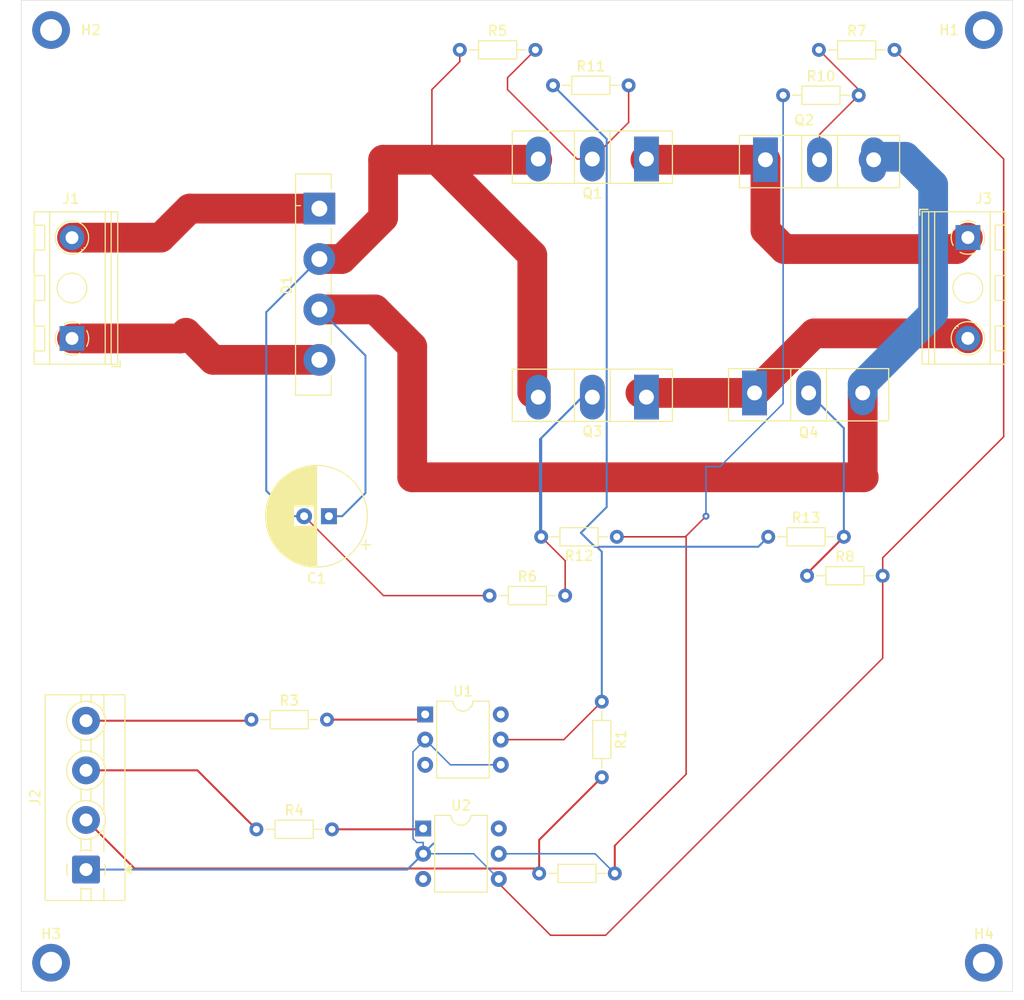
<source format=kicad_pcb>
(kicad_pcb (version 20240108) (generator "pcbnew") (generator_version "8.0")
  (layers (0 "F.Cu" signal "Front") (31 "B.Cu" signal "Back") (34 "B.Paste" user) (35 "F.Paste" user) (36 "B.SilkS" user "B.Silkscreen") (37 "F.SilkS" user "F.Silkscreen") (38 "B.Mask" user) (39 "F.Mask" user) (44 "Edge.Cuts" user))
  (net 0 "")
  (net 1 "L")
  (net 2 "-DC")
  (net 3 "N")
  (net 4 "+DC")
  (net 5 "Control +")
  (net 6 "Control -")
  (net 7 "Net-(Q1-G)")
  (net 8 "Net-(Q2-G)")
  (net 9 "Net-(Q3-G)")
  (net 10 "Net-(Q4-G)")
  (net 12 "Net-(R3-Pad2)")
  (net 14 "GND")
  (net 17 "Net-(R4-Pad2)")
  (net 18 "Arduino Control +")
  (net 19 "Arduino Control -")
  (net 20 "Vcc ")
  (net 21 "Lf")
  (net 22 "Nf")
  (footprint "Resistor_THT:R_Axial_DIN0204_L3.6mm_D1.6mm_P7.62mm_Horizontal" (layer "F.Cu") (at 107.19 112.5)
    (property "Reference" "R3" (at 3.81 -1.92 0) (layer "F.SilkS"))
    (property "Value" "R")
    (pad "1" thru_hole circle (at 0 0) (size 1.4 1.4) (drill 0.7) (layers "*.Cu" "*.Mask") (net 18 "Arduino Control +"))
    (pad "2" thru_hole oval (at 7.62 0) (size 1.4 1.4) (drill 0.7) (layers "*.Cu" "*.Mask") (net 12 "Net-(R3-Pad2)"))
  )
  (footprint "Package_DIP:DIP-6_W7.62mm" (layer "F.Cu") (at 124.5 123.475)
    (property "Reference" "U2" (at 3.81 -2.33 0) (layer "F.SilkS"))
    (property "Value" "4N35")
    (pad "1" thru_hole rect (at 0 0) (size 1.6 1.6) (drill 0.8) (layers "*.Cu" "*.Mask") (net 17 "Net-(R4-Pad2)"))
    (pad "2" thru_hole oval (at 0 2.54) (size 1.6 1.6) (drill 0.8) (layers "*.Cu" "*.Mask") (net 14 "GND"))
    (pad "3" thru_hole oval (at 0 5.08) (size 1.6 1.6) (drill 0.8) (layers "*.Cu" "*.Mask"))
    (pad "4" thru_hole oval (at 7.62 5.08) (size 1.6 1.6) (drill 0.8) (layers "*.Cu" "*.Mask") (net 14 "GND"))
    (pad "5" thru_hole oval (at 7.62 2.54) (size 1.6 1.6) (drill 0.8) (layers "*.Cu" "*.Mask") (net 6 "Control -"))
    (pad "6" thru_hole oval (at 7.62 0) (size 1.6 1.6) (drill 0.8) (layers "*.Cu" "*.Mask"))
  )
  (footprint "Resistor_THT:R_Axial_DIN0204_L3.6mm_D1.6mm_P7.62mm_Horizontal" (layer "F.Cu") (at 107.69 123.555)
    (property "Reference" "R4" (at 3.81 -1.92 0) (layer "F.SilkS"))
    (property "Value" "R")
    (pad "1" thru_hole circle (at 0 0) (size 1.4 1.4) (drill 0.7) (layers "*.Cu" "*.Mask") (net 19 "Arduino Control -"))
    (pad "2" thru_hole oval (at 7.62 0) (size 1.4 1.4) (drill 0.7) (layers "*.Cu" "*.Mask") (net 17 "Net-(R4-Pad2)"))
  )
  (footprint "Resistor_THT:R_Axial_DIN0204_L3.6mm_D1.6mm_P7.62mm_Horizontal" (layer "F.Cu") (at 160.775 49.575)
    (property "Reference" "R10" (at 3.81 -1.92 0) (layer "F.SilkS"))
    (property "Value" "R")
    (pad "1" thru_hole circle (at 0 0) (size 1.4 1.4) (drill 0.7) (layers "*.Cu" "*.Mask") (net 6 "Control -"))
    (pad "2" thru_hole oval (at 7.62 0) (size 1.4 1.4) (drill 0.7) (layers "*.Cu" "*.Mask") (net 8 "Net-(Q2-G)"))
  )
  (footprint "MountingHole:MountingHole_2.2mm_M2_DIN965_Pad" (layer "F.Cu") (at 181 137)
    (property "Reference" "H4" (at 0 -2.9 0) (layer "F.SilkS"))
    (property "Value" "MountingHole")
    (pad "1" thru_hole circle (at 0 0) (size 3.8 3.8) (drill 2.2) (layers "*.Cu" "*.Mask"))
  )
  (footprint "Capacitor_THT:CP_Radial_D10.0mm_P2.50mm" (layer "F.Cu") (at 115 92 180)
    (property "Reference" "C1" (at 1.25 -6.25 0) (layer "F.SilkS"))
    (property "Value" "C")
    (pad "1" thru_hole rect (at 0 0 180) (size 1.6 1.6) (drill 0.8) (layers "*.Cu" "*.Mask") (net 2 "-DC"))
    (pad "2" thru_hole circle (at 2.5 0 180) (size 1.6 1.6) (drill 0.8) (layers "*.Cu" "*.Mask") (net 4 "+DC"))
  )
  (footprint "Diode_THT:Diode_Bridge_Vishay_GBU" (layer "F.Cu") (at 114.035 61 -90)
    (property "Reference" "D1" (at 7.7 3.3 90) (layer "F.SilkS"))
    (property "Value" "GBJ2510-BP")
    (pad "1" thru_hole rect (at 0 0 270) (size 3.2 3.2) (drill 1.6) (layers "*.Cu" "*.Mask") (net 1 "L"))
    (pad "2" thru_hole circle (at 5.08 0 270) (size 3.2 3.2) (drill 1.6) (layers "*.Cu" "*.Mask") (net 4 "+DC"))
    (pad "3" thru_hole circle (at 10.16 0 270) (size 3.2 3.2) (drill 1.6) (layers "*.Cu" "*.Mask") (net 2 "-DC"))
    (pad "4" thru_hole circle (at 15.24 0 270) (size 3.2 3.2) (drill 1.6) (layers "*.Cu" "*.Mask") (net 3 "N"))
  )
  (footprint "TerminalBlock_RND:TerminalBlock_RND_205-00241_1x02_P10.16mm_Horizontal" (layer "F.Cu") (at 179.395 63.915 -90)
    (property "Reference" "J3" (at -3.915 -1.605 180) (layer "F.SilkS"))
    (property "Value" "Screw_Terminal_01x02")
    (pad "1" thru_hole rect (at 0 0 270) (size 2.5 2.5) (drill 1.3) (layers "*.Cu" "*.Mask") (net 21 "Lf"))
    (pad "2" thru_hole circle (at 10.16 0 270) (size 2.5 2.5) (drill 1.3) (layers "*.Cu" "*.Mask") (net 22 "Nf"))
  )
  (footprint "Package_DIP:DIP-6_W7.62mm" (layer "F.Cu") (at 124.7 111.975)
    (property "Reference" "U1" (at 3.81 -2.33 0) (layer "F.SilkS"))
    (property "Value" "4N35")
    (pad "1" thru_hole rect (at 0 0) (size 1.6 1.6) (drill 0.8) (layers "*.Cu" "*.Mask") (net 12 "Net-(R3-Pad2)"))
    (pad "2" thru_hole oval (at 0 2.54) (size 1.6 1.6) (drill 0.8) (layers "*.Cu" "*.Mask") (net 14 "GND"))
    (pad "3" thru_hole oval (at 0 5.08) (size 1.6 1.6) (drill 0.8) (layers "*.Cu" "*.Mask"))
    (pad "4" thru_hole oval (at 7.62 5.08) (size 1.6 1.6) (drill 0.8) (layers "*.Cu" "*.Mask") (net 14 "GND"))
    (pad "5" thru_hole oval (at 7.62 2.54) (size 1.6 1.6) (drill 0.8) (layers "*.Cu" "*.Mask") (net 5 "Control +"))
    (pad "6" thru_hole oval (at 7.62 0) (size 1.6 1.6) (drill 0.8) (layers "*.Cu" "*.Mask"))
  )
  (footprint "Resistor_THT:R_Axial_DIN0204_L3.6mm_D1.6mm_P7.62mm_Horizontal" (layer "F.Cu") (at 163.19 98)
    (property "Reference" "R8" (at 3.81 -1.92 0) (layer "F.SilkS"))
    (property "Value" "R")
    (pad "1" thru_hole circle (at 0 0) (size 1.4 1.4) (drill 0.7) (layers "*.Cu" "*.Mask") (net 10 "Net-(Q4-G)"))
    (pad "2" thru_hole oval (at 7.62 0) (size 1.4 1.4) (drill 0.7) (layers "*.Cu" "*.Mask") (net 14 "GND"))
  )
  (footprint "Resistor_THT:R_Axial_DIN0204_L3.6mm_D1.6mm_P7.62mm_Horizontal" (layer "F.Cu") (at 144.015 94.075 180)
    (property "Reference" "R12" (at 3.81 -1.92 0) (layer "F.SilkS"))
    (property "Value" "R")
    (pad "1" thru_hole circle (at 0 0 180) (size 1.4 1.4) (drill 0.7) (layers "*.Cu" "*.Mask") (net 6 "Control -"))
    (pad "2" thru_hole oval (at 7.62 0 180) (size 1.4 1.4) (drill 0.7) (layers "*.Cu" "*.Mask") (net 9 "Net-(Q3-G)"))
  )
  (footprint "Resistor_THT:R_Axial_DIN0204_L3.6mm_D1.6mm_P7.62mm_Horizontal" (layer "F.Cu") (at 142.5 110.69 -90)
    (property "Reference" "R1" (at 3.81 -1.92 90) (layer "F.SilkS"))
    (property "Value" "R")
    (pad "1" thru_hole circle (at 0 0 270) (size 1.4 1.4) (drill 0.7) (layers "*.Cu" "*.Mask") (net 5 "Control +"))
    (pad "2" thru_hole oval (at 7.62 0 270) (size 1.4 1.4) (drill 0.7) (layers "*.Cu" "*.Mask") (net 20 "Vcc "))
  )
  (footprint "Resistor_THT:R_Axial_DIN0204_L3.6mm_D1.6mm_P7.62mm_Horizontal" (layer "F.Cu") (at 131.19 100)
    (property "Reference" "R6" (at 3.81 -1.92 0) (layer "F.SilkS"))
    (property "Value" "R")
    (pad "1" thru_hole circle (at 0 0) (size 1.4 1.4) (drill 0.7) (layers "*.Cu" "*.Mask") (net 4 "+DC"))
    (pad "2" thru_hole oval (at 7.62 0) (size 1.4 1.4) (drill 0.7) (layers "*.Cu" "*.Mask") (net 9 "Net-(Q3-G)"))
  )
  (footprint "MountingHole:MountingHole_2.2mm_M2_DIN965_Pad" (layer "F.Cu") (at 181 43)
    (property "Reference" "H1" (at -3.5 0 0) (layer "F.SilkS"))
    (property "Value" "MountingHole")
    (pad "1" thru_hole circle (at 0 0) (size 3.8 3.8) (drill 2.2) (layers "*.Cu" "*.Mask"))
  )
  (footprint "TerminalBlock:TerminalBlock_MaiXu_MX126-5.0-04P_1x04_P5.00mm" (layer "F.Cu") (at 90.52 127.61 90)
    (property "Reference" "J2" (at 7.25 -5.12 90) (layer "F.SilkS"))
    (property "Value" "Screw_Terminal_01x04")
    (pad "1" thru_hole roundrect (at 0 0 90) (size 2.8 2.8) (drill 1.3) (layers "*.Cu" "*.Mask") (roundrect_rratio 0.089286) (net 14 "GND"))
    (pad "2" thru_hole circle (at 5 0 90) (size 2.8 2.8) (drill 1.3) (layers "*.Cu" "*.Mask") (net 20 "Vcc "))
    (pad "3" thru_hole circle (at 10 0 90) (size 2.8 2.8) (drill 1.3) (layers "*.Cu" "*.Mask") (net 19 "Arduino Control -"))
    (pad "4" thru_hole circle (at 15 0 90) (size 2.8 2.8) (drill 1.3) (layers "*.Cu" "*.Mask") (net 18 "Arduino Control +"))
  )
  (footprint "MountingHole:MountingHole_2.2mm_M2_DIN965_Pad" (layer "F.Cu") (at 87 43)
    (property "Reference" "H2" (at 4 0 0) (layer "F.SilkS"))
    (property "Value" "MountingHole")
    (pad "1" thru_hole circle (at 0 0) (size 3.8 3.8) (drill 2.2) (layers "*.Cu" "*.Mask"))
  )
  (footprint "Package_TO_SOT_THT:TO-247-3_Vertical" (layer "F.Cu") (at 158.995 56.075)
    (property "Reference" "Q2" (at 3.9 -4 0) (layer "F.SilkS"))
    (property "Value" "NMOS" (hide yes))
    (pad "1" thru_hole rect (at 0 0) (size 2.5 4.5) (drill 1.5) (layers "*.Cu" "*.Mask") (net 21 "Lf"))
    (pad "2" thru_hole oval (at 5.45 0) (size 2.5 4.5) (drill 1.5) (layers "*.Cu" "*.Mask") (net 8 "Net-(Q2-G)"))
    (pad "3" thru_hole oval (at 10.9 0) (size 2.5 4.5) (drill 1.5) (layers "*.Cu" "*.Mask") (net 2 "-DC"))
  )
  (footprint "Resistor_THT:R_Axial_DIN0204_L3.6mm_D1.6mm_P7.62mm_Horizontal" (layer "F.Cu") (at 137.585 48.575)
    (property "Reference" "R11" (at 3.81 -1.92 0) (layer "F.SilkS"))
    (property "Value" "R")
    (pad "1" thru_hole circle (at 0 0) (size 1.4 1.4) (drill 0.7) (layers "*.Cu" "*.Mask") (net 5 "Control +"))
    (pad "2" thru_hole oval (at 7.62 0) (size 1.4 1.4) (drill 0.7) (layers "*.Cu" "*.Mask") (net 7 "Net-(Q1-G)"))
  )
  (footprint "Resistor_THT:R_Axial_DIN0204_L3.6mm_D1.6mm_P7.62mm_Horizontal" (layer "F.Cu") (at 164.38 45)
    (property "Reference" "R7" (at 3.81 -1.92 0) (layer "F.SilkS"))
    (property "Value" "R")
    (pad "1" thru_hole circle (at 0 0) (size 1.4 1.4) (drill 0.7) (layers "*.Cu" "*.Mask") (net 8 "Net-(Q2-G)"))
    (pad "2" thru_hole oval (at 7.62 0) (size 1.4 1.4) (drill 0.7) (layers "*.Cu" "*.Mask") (net 14 "GND"))
  )
  (footprint "Resistor_THT:R_Axial_DIN0204_L3.6mm_D1.6mm_P7.62mm_Horizontal" (layer "F.Cu") (at 159.275 94.075)
    (property "Reference" "R13" (at 3.81 -1.92 0) (layer "F.SilkS"))
    (property "Value" "R")
    (pad "1" thru_hole circle (at 0 0) (size 1.4 1.4) (drill 0.7) (layers "*.Cu" "*.Mask") (net 5 "Control +"))
    (pad "2" thru_hole oval (at 7.62 0) (size 1.4 1.4) (drill 0.7) (layers "*.Cu" "*.Mask") (net 10 "Net-(Q4-G)"))
  )
  (footprint "MountingHole:MountingHole_2.2mm_M2_DIN965_Pad" (layer "F.Cu") (at 87 137)
    (property "Reference" "H3" (at 0 -2.9 0) (layer "F.SilkS"))
    (property "Value" "MountingHole")
    (pad "1" thru_hole circle (at 0 0) (size 3.8 3.8) (drill 2.2) (layers "*.Cu" "*.Mask"))
  )
  (footprint "Package_TO_SOT_THT:TO-247-3_Vertical" (layer "F.Cu") (at 147 80 180)
    (property "Reference" "Q3" (at 5.45 -3.45 360) (layer "F.SilkS"))
    (property "Value" "PMOS")
    (pad "1" thru_hole rect (at 0 0 180) (size 2.5 4.5) (drill 1.5) (layers "*.Cu" "*.Mask") (net 22 "Nf"))
    (pad "2" thru_hole oval (at 5.45 0 180) (size 2.5 4.5) (drill 1.5) (layers "*.Cu" "*.Mask") (net 9 "Net-(Q3-G)"))
    (pad "3" thru_hole oval (at 10.9 0 180) (size 2.5 4.5) (drill 1.5) (layers "*.Cu" "*.Mask") (net 4 "+DC"))
  )
  (footprint "Package_TO_SOT_THT:TO-247-3_Vertical" (layer "F.Cu") (at 147 56 180)
    (property "Reference" "Q1" (at 5.45 -3.45 360) (layer "F.SilkS"))
    (property "Value" "PMOS")
    (pad "1" thru_hole rect (at 0 0 180) (size 2.5 4.5) (drill 1.5) (layers "*.Cu" "*.Mask") (net 21 "Lf"))
    (pad "2" thru_hole oval (at 5.45 0 180) (size 2.5 4.5) (drill 1.5) (layers "*.Cu" "*.Mask") (net 7 "Net-(Q1-G)"))
    (pad "3" thru_hole oval (at 10.9 0 180) (size 2.5 4.5) (drill 1.5) (layers "*.Cu" "*.Mask") (net 4 "+DC"))
  )
  (footprint "TerminalBlock_RND:TerminalBlock_RND_205-00241_1x02_P10.16mm_Horizontal" (layer "F.Cu") (at 89.105 74.085 90)
    (property "Reference" "J1" (at 14.085 -0.105 180) (layer "F.SilkS"))
    (property "Value" "Screw_Terminal_01x02")
    (pad "1" thru_hole rect (at 0 0 90) (size 2.5 2.5) (drill 1.3) (layers "*.Cu" "*.Mask") (net 3 "N"))
    (pad "2" thru_hole circle (at 10.16 0 90) (size 2.5 2.5) (drill 1.3) (layers "*.Cu" "*.Mask") (net 1 "L"))
  )
  (footprint "Package_TO_SOT_THT:TO-247-3_Vertical" (layer "F.Cu") (at 157.895 79.575)
    (property "Reference" "Q4" (at 5.45 4 0) (layer "F.SilkS"))
    (property "Value" "NMOS" (hide yes))
    (pad "1" thru_hole rect (at 0 0) (size 2.5 4.5) (drill 1.5) (layers "*.Cu" "*.Mask") (net 22 "Nf"))
    (pad "2" thru_hole oval (at 5.45 0) (size 2.5 4.5) (drill 1.5) (layers "*.Cu" "*.Mask") (net 10 "Net-(Q4-G)"))
    (pad "3" thru_hole oval (at 10.9 0) (size 2.5 4.5) (drill 1.5) (layers "*.Cu" "*.Mask") (net 2 "-DC"))
  )
  (footprint "Resistor_THT:R_Axial_DIN0204_L3.6mm_D1.6mm_P7.62mm_Horizontal" (layer "F.Cu") (at 143.81 128 180)
    (property "Reference" "R2" (hide yes))
    (property "Value" "R")
    (pad "1" thru_hole circle (at 0 0 180) (size 1.4 1.4) (drill 0.7) (layers "*.Cu" "*.Mask") (net 6 "Control -"))
    (pad "2" thru_hole oval (at 7.62 0 180) (size 1.4 1.4) (drill 0.7) (layers "*.Cu" "*.Mask") (net 20 "Vcc "))
  )
  (footprint "Resistor_THT:R_Axial_DIN0204_L3.6mm_D1.6mm_P7.62mm_Horizontal" (layer "F.Cu") (at 128.19 45)
    (property "Reference" "R5" (at 3.81 -1.92 0) (layer "F.SilkS"))
    (property "Value" "R")
    (pad "1" thru_hole circle (at 0 0) (size 1.4 1.4) (drill 0.7) (layers "*.Cu" "*.Mask") (net 4 "+DC"))
    (pad "2" thru_hole oval (at 7.62 0) (size 1.4 1.4) (drill 0.7) (layers "*.Cu" "*.Mask") (net 7 "Net-(Q1-G)"))
  )
  (gr_rect (start 84 40) (end 183.9 139.9) (stroke (width 0.05)) (fill none) (layer "Edge.Cuts"))
  (segment (start 114.035 61) (end 100.965 61) (width 3) (layer "F.Cu") (net 1))
  (segment (start 100.965 61) (end 98.04 63.925) (width 3) (layer "F.Cu") (net 1))
  (segment (start 98.04 63.925) (end 89.105 63.925) (width 3) (layer "F.Cu") (net 1))
  (segment (start 123.395 88.075) (end 123.395 74.895) (width 3) (layer "F.Cu") (net 2))
  (segment (start 119.66 71.16) (end 114.035 71.16) (width 3) (layer "F.Cu") (net 2))
  (segment (start 123.395 74.895) (end 119.66 71.16) (width 3) (layer "F.Cu") (net 2))
  (segment (start 168.795 87.975) (end 168.895 88.075) (width 3) (layer "F.Cu") (net 2))
  (segment (start 168.795 79.575) (end 168.795 87.975) (width 3) (layer "F.Cu") (net 2))
  (segment (start 168.895 88.075) (end 123.395 88.075) (width 3) (layer "F.Cu") (net 2))
  (segment (start 169.895 56.075) (end 170.195 55.775) (width 3) (layer "B.Cu") (net 2))
  (segment (start 116.335 92) (end 115 92) (width 0.2) (layer "B.Cu") (net 2))
  (segment (start 173.095 55.775) (end 175.895 58.575) (width 3) (layer "B.Cu") (net 2))
  (segment (start 170.195 55.775) (end 173.095 55.775) (width 3) (layer "B.Cu") (net 2))
  (segment (start 175.895 71.575) (end 168.795 78.675) (width 3) (layer "B.Cu") (net 2))
  (segment (start 168.795 78.675) (end 168.795 79.575) (width 3) (layer "B.Cu") (net 2))
  (segment (start 175.895 58.575) (end 175.895 71.575) (width 3) (layer "B.Cu") (net 2))
  (segment (start 118.685 75.81) (end 114.035 71.16) (width 0.2) (layer "B.Cu") (net 2))
  (segment (start 118.685 89.65) (end 116.335 92) (width 0.2) (layer "B.Cu") (net 2))
  (segment (start 118.685 89.65) (end 118.685 75.81) (width 0.2) (layer "B.Cu") (net 2))
  (segment (start 103.325 76.24) (end 114.035 76.24) (width 3) (layer "F.Cu") (net 3))
  (segment (start 100.03 74.085) (end 89.105 74.085) (width 3) (layer "F.Cu") (net 3))
  (segment (start 100.6 73.515) (end 100.03 74.085) (width 3) (layer "F.Cu") (net 3))
  (segment (start 100.6 73.515) (end 103.325 76.24) (width 3) (layer "F.Cu") (net 3))
  (segment (start 125.38 49) (end 128.19 46.19) (width 0.15) (layer "F.Cu") (net 4))
  (segment (start 116.297741 66.08) (end 114.035 66.08) (width 3) (layer "F.Cu") (net 4))
  (segment (start 135.495 65.675) (end 135.495 79.575) (width 3) (layer "F.Cu") (net 4))
  (segment (start 120.465 56.075) (end 125.895 56.075) (width 3) (layer "F.Cu") (net 4))
  (segment (start 120.465 56.075) (end 120.465 61.912741) (width 3) (layer "F.Cu") (net 4))
  (segment (start 125.895 56.075) (end 135.995 56.075) (width 3) (layer "F.Cu") (net 4))
  (segment (start 120.5 100) (end 112.5 92) (width 0.15) (layer "F.Cu") (net 4))
  (segment (start 125.38 55.56) (end 125.895 56.075) (width 0.15) (layer "F.Cu") (net 4))
  (segment (start 131.19 100) (end 120.5 100) (width 0.15) (layer "F.Cu") (net 4))
  (segment (start 128.19 46.19) (end 128.19 45) (width 0.15) (layer "F.Cu") (net 4))
  (segment (start 125.895 56.075) (end 135.495 65.675) (width 3) (layer "F.Cu") (net 4))
  (segment (start 120.465 61.912741) (end 116.297741 66.08) (width 3) (layer "F.Cu") (net 4))
  (segment (start 125.38 49) (end 125.38 55.56) (width 0.15) (layer "F.Cu") (net 4))
  (segment (start 108.685 71.43) (end 114.035 66.08) (width 0.2) (layer "B.Cu") (net 4))
  (segment (start 108.685 89.43) (end 108.685 71.43) (width 0.2) (layer "B.Cu") (net 4))
  (segment (start 108.685 89.43) (end 111.255 92) (width 0.2) (layer "B.Cu") (net 4))
  (segment (start 111.255 92) (end 112.5 92) (width 0.2) (layer "B.Cu") (net 4))
  (segment (start 138.675 114.515) (end 142.5 110.69) (width 0.1524) (layer "F.Cu") (net 5))
  (segment (start 132.32 114.515) (end 138.675 114.515) (width 0.1524) (layer "F.Cu") (net 5))
  (segment (start 140.395 93.678553) (end 142.995 91.078553) (width 0.2) (layer "B.Cu") (net 5))
  (segment (start 142.995 53.985) (end 137.585 48.575) (width 0.2) (layer "B.Cu") (net 5))
  (segment (start 142.995 91.078553) (end 142.995 53.985) (width 0.2) (layer "B.Cu") (net 5))
  (segment (start 159.275 94.075) (end 158.275 95.075) (width 0.2) (layer "B.Cu") (net 5))
  (segment (start 142 95.075) (end 141.791447 95.075) (width 0.2) (layer "B.Cu") (net 5))
  (segment (start 142.5 95.575) (end 142.5 110.69) (width 0.2) (layer "B.Cu") (net 5))
  (segment (start 141.791447 95.075) (end 140.395 93.678553) (width 0.2) (layer "B.Cu") (net 5))
  (segment (start 142 95.075) (end 142.5 95.575) (width 0.2) (layer "B.Cu") (net 5))
  (segment (start 158.275 95.075) (end 142 95.075) (width 0.2) (layer "B.Cu") (net 5))
  (segment (start 144.015 94.075) (end 150.925 94.075) (width 0.1524) (layer "F.Cu") (net 6))
  (segment (start 151 118) (end 151 94) (width 0.1524) (layer "F.Cu") (net 6))
  (segment (start 143.81 128) (end 143.81 125.205) (width 0.2) (layer "F.Cu") (net 6))
  (segment (start 143.81 125.205) (end 143.81 125.19) (width 0.1524) (layer "F.Cu") (net 6))
  (segment (start 143.81 125.19) (end 151 118) (width 0.1524) (layer "F.Cu") (net 6))
  (segment (start 151 94) (end 153 92) (width 0.1524) (layer "F.Cu") (net 6))
  (segment (start 143.81 125.205) (end 144.015 125) (width 0.1524) (layer "F.Cu") (net 6))
  (segment (start 150.925 94.075) (end 151 94) (width 0.1524) (layer "F.Cu") (net 6))
  (via (at 153 92) (size 0.7) (drill 0.3) (layers "F.Cu" "B.Cu") (net 6))
  (segment (start 154.4224 87) (end 160.775 80.6474) (width 0.1524) (layer "B.Cu") (net 6))
  (segment (start 153 92) (end 153 87) (width 0.1524) (layer "B.Cu") (net 6))
  (segment (start 141.825 126.015) (end 143.81 128) (width 0.1524) (layer "B.Cu") (net 6))
  (segment (start 153 87) (end 154.4224 87) (width 0.1524) (layer "B.Cu") (net 6))
  (segment (start 132.12 126.015) (end 141.825 126.015) (width 0.1524) (layer "B.Cu") (net 6))
  (segment (start 160.775 80.6474) (end 160.775 49.575) (width 0.1524) (layer "B.Cu") (net 6))
  (segment (start 145.205 48.575) (end 145.205 52.315) (width 0.15) (layer "F.Cu") (net 7))
  (segment (start 145.205 52.315) (end 141.445 56.075) (width 0.15) (layer "F.Cu") (net 7))
  (segment (start 133 49) (end 140 56) (width 0.15) (layer "F.Cu") (net 7))
  (segment (start 133 49) (end 133 47.81) (width 0.15) (layer "F.Cu") (net 7))
  (segment (start 133 47.81) (end 135.81 45) (width 0.15) (layer "F.Cu") (net 7))
  (segment (start 140 56) (end 141.55 56) (width 0.15) (layer "F.Cu") (net 7))
  (segment (start 164.38 45) (end 168.395 49.015) (width 0.15) (layer "F.Cu") (net 8))
  (segment (start 168.395 49.575) (end 164.445 53.525) (width 0.15) (layer "F.Cu") (net 8))
  (segment (start 168.395 49.015) (end 168.395 49.575) (width 0.15) (layer "F.Cu") (net 8))
  (segment (start 164.445 53.525) (end 164.445 56.075) (width 0.15) (layer "F.Cu") (net 8))
  (segment (start 138.81 96.49) (end 136.395 94.075) (width 0.15) (layer "F.Cu") (net 9))
  (segment (start 138.81 100) (end 138.81 96.49) (width 0.15) (layer "F.Cu") (net 9))
  (segment (start 136.395 94.075) (end 136.395 84.125) (width 0.2) (layer "B.Cu") (net 9))
  (segment (start 136.275 94.075) (end 136.275 84.245) (width 0.2) (layer "B.Cu") (net 9))
  (segment (start 136.275 84.245) (end 140.945 79.575) (width 0.2) (layer "B.Cu") (net 9))
  (segment (start 136.395 84.125) (end 140.945 79.575) (width 0.2) (layer "B.Cu") (net 9))
  (segment (start 163.19 97.78) (end 163.19 98) (width 0.2) (layer "F.Cu") (net 10))
  (segment (start 166.895 94.075) (end 163.19 97.78) (width 0.2) (layer "F.Cu") (net 10))
  (segment (start 166.895 83.125) (end 163.345 79.575) (width 0.2) (layer "B.Cu") (net 10))
  (segment (start 166.895 94.075) (end 166.895 83.125) (width 0.2) (layer "B.Cu") (net 10))
  (segment (start 124.175 112.5) (end 124.7 111.975) (width 0.2) (layer "F.Cu") (net 12))
  (segment (start 114.81 112.5) (end 124.175 112.5) (width 0.2) (layer "F.Cu") (net 12))
  (segment (start 172 45) (end 183 56) (width 0.15) (layer "F.Cu") (net 14))
  (segment (start 170.81 98) (end 170.81 106.308148) (width 0.15) (layer "F.Cu") (net 14))
  (segment (start 137.340381 134.235) (end 131.89019 128.784809) (width 0.15) (layer "F.Cu") (net 14))
  (segment (start 132.32 117.055) (end 132.945 117.055) (width 0.15) (layer "F.Cu") (net 14))
  (segment (start 170.81 106.308148) (end 142.883148 134.235) (width 0.15) (layer "F.Cu") (net 14))
  (segment (start 183 56) (end 183 84) (width 0.15) (layer "F.Cu") (net 14))
  (segment (start 132.945 117.055) (end 133 117) (width 0.15) (layer "F.Cu") (net 14))
  (segment (start 142.883148 134.235) (end 137.340381 134.235) (width 0.15) (layer "F.Cu") (net 14))
  (segment (start 90.52 127.61) (end 91.015 127.115) (width 0.2) (layer "F.Cu") (net 14))
  (segment (start 183 84) (end 170.81 96.19) (width 0.15) (layer "F.Cu") (net 14))
  (segment (start 170.81 96.19) (end 170.81 98) (width 0.15) (layer "F.Cu") (net 14))
  (segment (start 124.5 126.015) (end 125.525 124.99) (width 0.15) (layer "B.Cu") (net 14))
  (segment (start 123.85863 124.88363) (end 123.475 124.5) (width 0.15) (layer "B.Cu") (net 14))
  (segment (start 123.475 115.74) (end 124.7 114.515) (width 0.15) (layer "B.Cu") (net 14))
  (segment (start 127.24 117.055) (end 124.7 114.515) (width 0.15) (layer "B.Cu") (net 14))
  (segment (start 132.32 117.055) (end 127.24 117.055) (width 0.15) (layer "B.Cu") (net 14))
  (segment (start 129.58 126.015) (end 132.12 128.555) (width 0.15) (layer "B.Cu") (net 14))
  (segment (start 124.5 126.015) (end 124.5 124.88363) (width 0.15) (layer "B.Cu") (net 14))
  (segment (start 122.905 127.61) (end 125.525 124.99) (width 0.2) (layer "B.Cu") (net 14))
  (segment (start 124.5 126.015) (end 129.58 126.015) (width 0.15) (layer "B.Cu") (net 14))
  (segment (start 124.5 124.88363) (end 123.85863 124.88363) (width 0.15) (layer "B.Cu") (net 14))
  (segment (start 90.52 127.61) (end 122.905 127.61) (width 0.2) (layer "B.Cu") (net 14))
  (segment (start 123.475 124.5) (end 123.475 115.74) (width 0.15) (layer "B.Cu") (net 14))
  (segment (start 124.42 123.555) (end 124.5 123.475) (width 0.2) (layer "F.Cu") (net 17))
  (segment (start 115.31 123.555) (end 124.42 123.555) (width 0.2) (layer "F.Cu") (net 17))
  (segment (start 90.52 112.61) (end 107.08 112.61) (width 0.2) (layer "F.Cu") (net 18))
  (segment (start 107.08 112.61) (end 107.19 112.5) (width 0.2) (layer "F.Cu") (net 18))
  (segment (start 107.69 123.555) (end 101.745 117.61) (width 0.2) (layer "F.Cu") (net 19))
  (segment (start 101.745 117.61) (end 90.52 117.61) (width 0.2) (layer "F.Cu") (net 19))
  (segment (start 136.19 124.62) (end 142.5 118.31) (width 0.2) (layer "F.Cu") (net 20))
  (segment (start 90.52 122.61) (end 95.415 127.505) (width 0.2) (layer "F.Cu") (net 20))
  (segment (start 135.695 127.505) (end 136.19 128) (width 0.2) (layer "F.Cu") (net 20))
  (segment (start 136.19 128) (end 136.19 124.62) (width 0.2) (layer "F.Cu") (net 20))
  (segment (start 95.415 127.505) (end 135.695 127.505) (width 0.2) (layer "F.Cu") (net 20))
  (segment (start 178.235 65.075) (end 179.395 63.915) (width 3) (layer "F.Cu") (net 21))
  (segment (start 158.995 63.175) (end 160.895 65.075) (width 3) (layer "F.Cu") (net 21))
  (segment (start 146.895 56.075) (end 158.995 56.075) (width 3) (layer "F.Cu") (net 21))
  (segment (start 160.895 65.075) (end 178.235 65.075) (width 3) (layer "F.Cu") (net 21))
  (segment (start 158.995 56.075) (end 158.995 63.175) (width 3) (layer "F.Cu") (net 21))
  (segment (start 163.895 73.575) (end 178.895 73.575) (width 3) (layer "F.Cu") (net 22))
  (segment (start 178.895 73.575) (end 179.395 74.075) (width 3) (layer "F.Cu") (net 22))
  (segment (start 157.895 79.575) (end 163.895 73.575) (width 3) (layer "F.Cu") (net 22))
  (segment (start 146.395 79.575) (end 157.895 79.575) (width 3) (layer "F.Cu") (net 22))
)
</source>
